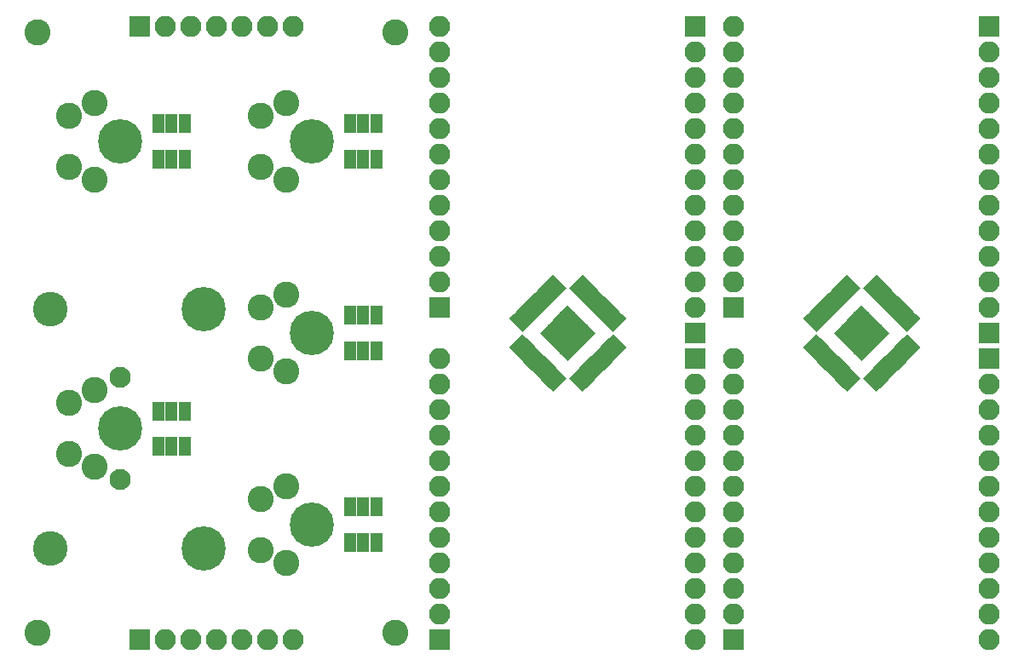
<source format=gbr>
G04 #@! TF.GenerationSoftware,KiCad,Pcbnew,(5.0.0-rc2-dev-471-ge4feb315d)*
G04 #@! TF.CreationDate,2018-05-05T14:20:45+01:00*
G04 #@! TF.ProjectId,panel,70616E656C2E6B696361645F70636200,rev?*
G04 #@! TF.SameCoordinates,Original*
G04 #@! TF.FileFunction,Soldermask,Bot*
G04 #@! TF.FilePolarity,Negative*
%FSLAX46Y46*%
G04 Gerber Fmt 4.6, Leading zero omitted, Abs format (unit mm)*
G04 Created by KiCad (PCBNEW (5.0.0-rc2-dev-471-ge4feb315d)) date Sat May  5 14:20:45 2018*
%MOMM*%
%LPD*%
G01*
G04 APERTURE LIST*
%ADD10O,2.100000X2.100000*%
%ADD11R,2.100000X2.100000*%
%ADD12C,0.700000*%
%ADD13C,0.100000*%
%ADD14C,2.150000*%
%ADD15C,2.600000*%
%ADD16R,1.300000X1.900000*%
%ADD17C,3.450000*%
%ADD18C,4.400000*%
%ADD19C,2.100000*%
G04 APERTURE END LIST*
D10*
X171450000Y-149860000D03*
X171450000Y-147320000D03*
X171450000Y-144780000D03*
X171450000Y-142240000D03*
X171450000Y-139700000D03*
X171450000Y-137160000D03*
X171450000Y-134620000D03*
X171450000Y-132080000D03*
X171450000Y-129540000D03*
X171450000Y-127000000D03*
X171450000Y-124460000D03*
D11*
X171450000Y-121920000D03*
D10*
X146050000Y-88900000D03*
X146050000Y-91440000D03*
X146050000Y-93980000D03*
X146050000Y-96520000D03*
X146050000Y-99060000D03*
X146050000Y-101600000D03*
X146050000Y-104140000D03*
X146050000Y-106680000D03*
X146050000Y-109220000D03*
X146050000Y-111760000D03*
X146050000Y-114300000D03*
D11*
X146050000Y-116840000D03*
D12*
X153835608Y-118354695D03*
D13*
G36*
X152916369Y-117930431D02*
X153411344Y-117435456D01*
X154754847Y-118778959D01*
X154259872Y-119273934D01*
X152916369Y-117930431D01*
X152916369Y-117930431D01*
G37*
D12*
X154189161Y-118001142D03*
D13*
G36*
X153269922Y-117576878D02*
X153764897Y-117081903D01*
X155108400Y-118425406D01*
X154613425Y-118920381D01*
X153269922Y-117576878D01*
X153269922Y-117576878D01*
G37*
D12*
X154542715Y-117647588D03*
D13*
G36*
X153623476Y-117223324D02*
X154118451Y-116728349D01*
X155461954Y-118071852D01*
X154966979Y-118566827D01*
X153623476Y-117223324D01*
X153623476Y-117223324D01*
G37*
D12*
X154896268Y-117294035D03*
D13*
G36*
X153977029Y-116869771D02*
X154472004Y-116374796D01*
X155815507Y-117718299D01*
X155320532Y-118213274D01*
X153977029Y-116869771D01*
X153977029Y-116869771D01*
G37*
D12*
X155249821Y-116940482D03*
D13*
G36*
X154330582Y-116516218D02*
X154825557Y-116021243D01*
X156169060Y-117364746D01*
X155674085Y-117859721D01*
X154330582Y-116516218D01*
X154330582Y-116516218D01*
G37*
D12*
X155603375Y-116586928D03*
D13*
G36*
X154684136Y-116162664D02*
X155179111Y-115667689D01*
X156522614Y-117011192D01*
X156027639Y-117506167D01*
X154684136Y-116162664D01*
X154684136Y-116162664D01*
G37*
D12*
X155956928Y-116233375D03*
D13*
G36*
X155037689Y-115809111D02*
X155532664Y-115314136D01*
X156876167Y-116657639D01*
X156381192Y-117152614D01*
X155037689Y-115809111D01*
X155037689Y-115809111D01*
G37*
D12*
X156310482Y-115879821D03*
D13*
G36*
X155391243Y-115455557D02*
X155886218Y-114960582D01*
X157229721Y-116304085D01*
X156734746Y-116799060D01*
X155391243Y-115455557D01*
X155391243Y-115455557D01*
G37*
D12*
X156664035Y-115526268D03*
D13*
G36*
X155744796Y-115102004D02*
X156239771Y-114607029D01*
X157583274Y-115950532D01*
X157088299Y-116445507D01*
X155744796Y-115102004D01*
X155744796Y-115102004D01*
G37*
D12*
X157017588Y-115172715D03*
D13*
G36*
X156098349Y-114748451D02*
X156593324Y-114253476D01*
X157936827Y-115596979D01*
X157441852Y-116091954D01*
X156098349Y-114748451D01*
X156098349Y-114748451D01*
G37*
D12*
X157371142Y-114819161D03*
D13*
G36*
X156451903Y-114394897D02*
X156946878Y-113899922D01*
X158290381Y-115243425D01*
X157795406Y-115738400D01*
X156451903Y-114394897D01*
X156451903Y-114394897D01*
G37*
D12*
X157724695Y-114465608D03*
D13*
G36*
X156805456Y-114041344D02*
X157300431Y-113546369D01*
X158643934Y-114889872D01*
X158148959Y-115384847D01*
X156805456Y-114041344D01*
X156805456Y-114041344D01*
G37*
D12*
X159775305Y-114465608D03*
D13*
G36*
X160199569Y-113546369D02*
X160694544Y-114041344D01*
X159351041Y-115384847D01*
X158856066Y-114889872D01*
X160199569Y-113546369D01*
X160199569Y-113546369D01*
G37*
D12*
X160128858Y-114819161D03*
D13*
G36*
X160553122Y-113899922D02*
X161048097Y-114394897D01*
X159704594Y-115738400D01*
X159209619Y-115243425D01*
X160553122Y-113899922D01*
X160553122Y-113899922D01*
G37*
D12*
X160482412Y-115172715D03*
D13*
G36*
X160906676Y-114253476D02*
X161401651Y-114748451D01*
X160058148Y-116091954D01*
X159563173Y-115596979D01*
X160906676Y-114253476D01*
X160906676Y-114253476D01*
G37*
D12*
X160835965Y-115526268D03*
D13*
G36*
X161260229Y-114607029D02*
X161755204Y-115102004D01*
X160411701Y-116445507D01*
X159916726Y-115950532D01*
X161260229Y-114607029D01*
X161260229Y-114607029D01*
G37*
D12*
X161189518Y-115879821D03*
D13*
G36*
X161613782Y-114960582D02*
X162108757Y-115455557D01*
X160765254Y-116799060D01*
X160270279Y-116304085D01*
X161613782Y-114960582D01*
X161613782Y-114960582D01*
G37*
D12*
X161543072Y-116233375D03*
D13*
G36*
X161967336Y-115314136D02*
X162462311Y-115809111D01*
X161118808Y-117152614D01*
X160623833Y-116657639D01*
X161967336Y-115314136D01*
X161967336Y-115314136D01*
G37*
D12*
X161896625Y-116586928D03*
D13*
G36*
X162320889Y-115667689D02*
X162815864Y-116162664D01*
X161472361Y-117506167D01*
X160977386Y-117011192D01*
X162320889Y-115667689D01*
X162320889Y-115667689D01*
G37*
D12*
X162250179Y-116940482D03*
D13*
G36*
X162674443Y-116021243D02*
X163169418Y-116516218D01*
X161825915Y-117859721D01*
X161330940Y-117364746D01*
X162674443Y-116021243D01*
X162674443Y-116021243D01*
G37*
D12*
X162603732Y-117294035D03*
D13*
G36*
X163027996Y-116374796D02*
X163522971Y-116869771D01*
X162179468Y-118213274D01*
X161684493Y-117718299D01*
X163027996Y-116374796D01*
X163027996Y-116374796D01*
G37*
D12*
X162957285Y-117647588D03*
D13*
G36*
X163381549Y-116728349D02*
X163876524Y-117223324D01*
X162533021Y-118566827D01*
X162038046Y-118071852D01*
X163381549Y-116728349D01*
X163381549Y-116728349D01*
G37*
D12*
X163310839Y-118001142D03*
D13*
G36*
X163735103Y-117081903D02*
X164230078Y-117576878D01*
X162886575Y-118920381D01*
X162391600Y-118425406D01*
X163735103Y-117081903D01*
X163735103Y-117081903D01*
G37*
D12*
X163664392Y-118354695D03*
D13*
G36*
X164088656Y-117435456D02*
X164583631Y-117930431D01*
X163240128Y-119273934D01*
X162745153Y-118778959D01*
X164088656Y-117435456D01*
X164088656Y-117435456D01*
G37*
D12*
X163664392Y-120405305D03*
D13*
G36*
X162745153Y-119981041D02*
X163240128Y-119486066D01*
X164583631Y-120829569D01*
X164088656Y-121324544D01*
X162745153Y-119981041D01*
X162745153Y-119981041D01*
G37*
D12*
X163310839Y-120758858D03*
D13*
G36*
X162391600Y-120334594D02*
X162886575Y-119839619D01*
X164230078Y-121183122D01*
X163735103Y-121678097D01*
X162391600Y-120334594D01*
X162391600Y-120334594D01*
G37*
D12*
X162957285Y-121112412D03*
D13*
G36*
X162038046Y-120688148D02*
X162533021Y-120193173D01*
X163876524Y-121536676D01*
X163381549Y-122031651D01*
X162038046Y-120688148D01*
X162038046Y-120688148D01*
G37*
D12*
X162603732Y-121465965D03*
D13*
G36*
X161684493Y-121041701D02*
X162179468Y-120546726D01*
X163522971Y-121890229D01*
X163027996Y-122385204D01*
X161684493Y-121041701D01*
X161684493Y-121041701D01*
G37*
D12*
X162250179Y-121819518D03*
D13*
G36*
X161330940Y-121395254D02*
X161825915Y-120900279D01*
X163169418Y-122243782D01*
X162674443Y-122738757D01*
X161330940Y-121395254D01*
X161330940Y-121395254D01*
G37*
D12*
X161896625Y-122173072D03*
D13*
G36*
X160977386Y-121748808D02*
X161472361Y-121253833D01*
X162815864Y-122597336D01*
X162320889Y-123092311D01*
X160977386Y-121748808D01*
X160977386Y-121748808D01*
G37*
D12*
X161543072Y-122526625D03*
D13*
G36*
X160623833Y-122102361D02*
X161118808Y-121607386D01*
X162462311Y-122950889D01*
X161967336Y-123445864D01*
X160623833Y-122102361D01*
X160623833Y-122102361D01*
G37*
D12*
X161189518Y-122880179D03*
D13*
G36*
X160270279Y-122455915D02*
X160765254Y-121960940D01*
X162108757Y-123304443D01*
X161613782Y-123799418D01*
X160270279Y-122455915D01*
X160270279Y-122455915D01*
G37*
D12*
X160835965Y-123233732D03*
D13*
G36*
X159916726Y-122809468D02*
X160411701Y-122314493D01*
X161755204Y-123657996D01*
X161260229Y-124152971D01*
X159916726Y-122809468D01*
X159916726Y-122809468D01*
G37*
D12*
X160482412Y-123587285D03*
D13*
G36*
X159563173Y-123163021D02*
X160058148Y-122668046D01*
X161401651Y-124011549D01*
X160906676Y-124506524D01*
X159563173Y-123163021D01*
X159563173Y-123163021D01*
G37*
D12*
X160128858Y-123940839D03*
D13*
G36*
X159209619Y-123516575D02*
X159704594Y-123021600D01*
X161048097Y-124365103D01*
X160553122Y-124860078D01*
X159209619Y-123516575D01*
X159209619Y-123516575D01*
G37*
D12*
X159775305Y-124294392D03*
D13*
G36*
X158856066Y-123870128D02*
X159351041Y-123375153D01*
X160694544Y-124718656D01*
X160199569Y-125213631D01*
X158856066Y-123870128D01*
X158856066Y-123870128D01*
G37*
D12*
X157724695Y-124294392D03*
D13*
G36*
X158148959Y-123375153D02*
X158643934Y-123870128D01*
X157300431Y-125213631D01*
X156805456Y-124718656D01*
X158148959Y-123375153D01*
X158148959Y-123375153D01*
G37*
D12*
X157371142Y-123940839D03*
D13*
G36*
X157795406Y-123021600D02*
X158290381Y-123516575D01*
X156946878Y-124860078D01*
X156451903Y-124365103D01*
X157795406Y-123021600D01*
X157795406Y-123021600D01*
G37*
D12*
X157017588Y-123587285D03*
D13*
G36*
X157441852Y-122668046D02*
X157936827Y-123163021D01*
X156593324Y-124506524D01*
X156098349Y-124011549D01*
X157441852Y-122668046D01*
X157441852Y-122668046D01*
G37*
D12*
X156664035Y-123233732D03*
D13*
G36*
X157088299Y-122314493D02*
X157583274Y-122809468D01*
X156239771Y-124152971D01*
X155744796Y-123657996D01*
X157088299Y-122314493D01*
X157088299Y-122314493D01*
G37*
D12*
X156310482Y-122880179D03*
D13*
G36*
X156734746Y-121960940D02*
X157229721Y-122455915D01*
X155886218Y-123799418D01*
X155391243Y-123304443D01*
X156734746Y-121960940D01*
X156734746Y-121960940D01*
G37*
D12*
X155956928Y-122526625D03*
D13*
G36*
X156381192Y-121607386D02*
X156876167Y-122102361D01*
X155532664Y-123445864D01*
X155037689Y-122950889D01*
X156381192Y-121607386D01*
X156381192Y-121607386D01*
G37*
D12*
X155603375Y-122173072D03*
D13*
G36*
X156027639Y-121253833D02*
X156522614Y-121748808D01*
X155179111Y-123092311D01*
X154684136Y-122597336D01*
X156027639Y-121253833D01*
X156027639Y-121253833D01*
G37*
D12*
X155249821Y-121819518D03*
D13*
G36*
X155674085Y-120900279D02*
X156169060Y-121395254D01*
X154825557Y-122738757D01*
X154330582Y-122243782D01*
X155674085Y-120900279D01*
X155674085Y-120900279D01*
G37*
D12*
X154896268Y-121465965D03*
D13*
G36*
X155320532Y-120546726D02*
X155815507Y-121041701D01*
X154472004Y-122385204D01*
X153977029Y-121890229D01*
X155320532Y-120546726D01*
X155320532Y-120546726D01*
G37*
D12*
X154542715Y-121112412D03*
D13*
G36*
X154966979Y-120193173D02*
X155461954Y-120688148D01*
X154118451Y-122031651D01*
X153623476Y-121536676D01*
X154966979Y-120193173D01*
X154966979Y-120193173D01*
G37*
D12*
X154189161Y-120758858D03*
D13*
G36*
X154613425Y-119839619D02*
X155108400Y-120334594D01*
X153764897Y-121678097D01*
X153269922Y-121183122D01*
X154613425Y-119839619D01*
X154613425Y-119839619D01*
G37*
D12*
X153835608Y-120405305D03*
D13*
G36*
X154259872Y-119486066D02*
X154754847Y-119981041D01*
X153411344Y-121324544D01*
X152916369Y-120829569D01*
X154259872Y-119486066D01*
X154259872Y-119486066D01*
G37*
D14*
X159987437Y-119380000D03*
D13*
G36*
X158467157Y-119380000D02*
X159987437Y-117859720D01*
X161507717Y-119380000D01*
X159987437Y-120900280D01*
X158467157Y-119380000D01*
X158467157Y-119380000D01*
G37*
D14*
X158750000Y-120617437D03*
D13*
G36*
X157229720Y-120617437D02*
X158750000Y-119097157D01*
X160270280Y-120617437D01*
X158750000Y-122137717D01*
X157229720Y-120617437D01*
X157229720Y-120617437D01*
G37*
D14*
X158750000Y-118142563D03*
D13*
G36*
X157229720Y-118142563D02*
X158750000Y-116622283D01*
X160270280Y-118142563D01*
X158750000Y-119662843D01*
X157229720Y-118142563D01*
X157229720Y-118142563D01*
G37*
D14*
X157512563Y-119380000D03*
D13*
G36*
X155992283Y-119380000D02*
X157512563Y-117859720D01*
X159032843Y-119380000D01*
X157512563Y-120900280D01*
X155992283Y-119380000D01*
X155992283Y-119380000D01*
G37*
D11*
X171450000Y-88900000D03*
D10*
X171450000Y-91440000D03*
X171450000Y-93980000D03*
X171450000Y-96520000D03*
X171450000Y-99060000D03*
X171450000Y-101600000D03*
X171450000Y-104140000D03*
X171450000Y-106680000D03*
X171450000Y-109220000D03*
X171450000Y-111760000D03*
X171450000Y-114300000D03*
X171450000Y-116840000D03*
D11*
X171450000Y-119380000D03*
X146050000Y-149860000D03*
D10*
X146050000Y-147320000D03*
X146050000Y-144780000D03*
X146050000Y-142240000D03*
X146050000Y-139700000D03*
X146050000Y-137160000D03*
X146050000Y-134620000D03*
X146050000Y-132080000D03*
X146050000Y-129540000D03*
X146050000Y-127000000D03*
X146050000Y-124460000D03*
X146050000Y-121920000D03*
X116840000Y-121920000D03*
X116840000Y-124460000D03*
X116840000Y-127000000D03*
X116840000Y-129540000D03*
X116840000Y-132080000D03*
X116840000Y-134620000D03*
X116840000Y-137160000D03*
X116840000Y-139700000D03*
X116840000Y-142240000D03*
X116840000Y-144780000D03*
X116840000Y-147320000D03*
D11*
X116840000Y-149860000D03*
X116840000Y-116840000D03*
D10*
X116840000Y-114300000D03*
X116840000Y-111760000D03*
X116840000Y-109220000D03*
X116840000Y-106680000D03*
X116840000Y-104140000D03*
X116840000Y-101600000D03*
X116840000Y-99060000D03*
X116840000Y-96520000D03*
X116840000Y-93980000D03*
X116840000Y-91440000D03*
X116840000Y-88900000D03*
D11*
X142240000Y-121920000D03*
D10*
X142240000Y-124460000D03*
X142240000Y-127000000D03*
X142240000Y-129540000D03*
X142240000Y-132080000D03*
X142240000Y-134620000D03*
X142240000Y-137160000D03*
X142240000Y-139700000D03*
X142240000Y-142240000D03*
X142240000Y-144780000D03*
X142240000Y-147320000D03*
X142240000Y-149860000D03*
X142240000Y-116840000D03*
X142240000Y-114300000D03*
X142240000Y-111760000D03*
X142240000Y-109220000D03*
X142240000Y-106680000D03*
X142240000Y-104140000D03*
X142240000Y-101600000D03*
X142240000Y-99060000D03*
X142240000Y-96520000D03*
X142240000Y-93980000D03*
X142240000Y-91440000D03*
D11*
X142240000Y-88900000D03*
D14*
X128302563Y-119380000D03*
D13*
G36*
X126782283Y-119380000D02*
X128302563Y-117859720D01*
X129822843Y-119380000D01*
X128302563Y-120900280D01*
X126782283Y-119380000D01*
X126782283Y-119380000D01*
G37*
D14*
X129540000Y-118142563D03*
D13*
G36*
X128019720Y-118142563D02*
X129540000Y-116622283D01*
X131060280Y-118142563D01*
X129540000Y-119662843D01*
X128019720Y-118142563D01*
X128019720Y-118142563D01*
G37*
D14*
X129540000Y-120617437D03*
D13*
G36*
X128019720Y-120617437D02*
X129540000Y-119097157D01*
X131060280Y-120617437D01*
X129540000Y-122137717D01*
X128019720Y-120617437D01*
X128019720Y-120617437D01*
G37*
D14*
X130777437Y-119380000D03*
D13*
G36*
X129257157Y-119380000D02*
X130777437Y-117859720D01*
X132297717Y-119380000D01*
X130777437Y-120900280D01*
X129257157Y-119380000D01*
X129257157Y-119380000D01*
G37*
D12*
X124625608Y-120405305D03*
D13*
G36*
X125049872Y-119486066D02*
X125544847Y-119981041D01*
X124201344Y-121324544D01*
X123706369Y-120829569D01*
X125049872Y-119486066D01*
X125049872Y-119486066D01*
G37*
D12*
X124979161Y-120758858D03*
D13*
G36*
X125403425Y-119839619D02*
X125898400Y-120334594D01*
X124554897Y-121678097D01*
X124059922Y-121183122D01*
X125403425Y-119839619D01*
X125403425Y-119839619D01*
G37*
D12*
X125332715Y-121112412D03*
D13*
G36*
X125756979Y-120193173D02*
X126251954Y-120688148D01*
X124908451Y-122031651D01*
X124413476Y-121536676D01*
X125756979Y-120193173D01*
X125756979Y-120193173D01*
G37*
D12*
X125686268Y-121465965D03*
D13*
G36*
X126110532Y-120546726D02*
X126605507Y-121041701D01*
X125262004Y-122385204D01*
X124767029Y-121890229D01*
X126110532Y-120546726D01*
X126110532Y-120546726D01*
G37*
D12*
X126039821Y-121819518D03*
D13*
G36*
X126464085Y-120900279D02*
X126959060Y-121395254D01*
X125615557Y-122738757D01*
X125120582Y-122243782D01*
X126464085Y-120900279D01*
X126464085Y-120900279D01*
G37*
D12*
X126393375Y-122173072D03*
D13*
G36*
X126817639Y-121253833D02*
X127312614Y-121748808D01*
X125969111Y-123092311D01*
X125474136Y-122597336D01*
X126817639Y-121253833D01*
X126817639Y-121253833D01*
G37*
D12*
X126746928Y-122526625D03*
D13*
G36*
X127171192Y-121607386D02*
X127666167Y-122102361D01*
X126322664Y-123445864D01*
X125827689Y-122950889D01*
X127171192Y-121607386D01*
X127171192Y-121607386D01*
G37*
D12*
X127100482Y-122880179D03*
D13*
G36*
X127524746Y-121960940D02*
X128019721Y-122455915D01*
X126676218Y-123799418D01*
X126181243Y-123304443D01*
X127524746Y-121960940D01*
X127524746Y-121960940D01*
G37*
D12*
X127454035Y-123233732D03*
D13*
G36*
X127878299Y-122314493D02*
X128373274Y-122809468D01*
X127029771Y-124152971D01*
X126534796Y-123657996D01*
X127878299Y-122314493D01*
X127878299Y-122314493D01*
G37*
D12*
X127807588Y-123587285D03*
D13*
G36*
X128231852Y-122668046D02*
X128726827Y-123163021D01*
X127383324Y-124506524D01*
X126888349Y-124011549D01*
X128231852Y-122668046D01*
X128231852Y-122668046D01*
G37*
D12*
X128161142Y-123940839D03*
D13*
G36*
X128585406Y-123021600D02*
X129080381Y-123516575D01*
X127736878Y-124860078D01*
X127241903Y-124365103D01*
X128585406Y-123021600D01*
X128585406Y-123021600D01*
G37*
D12*
X128514695Y-124294392D03*
D13*
G36*
X128938959Y-123375153D02*
X129433934Y-123870128D01*
X128090431Y-125213631D01*
X127595456Y-124718656D01*
X128938959Y-123375153D01*
X128938959Y-123375153D01*
G37*
D12*
X130565305Y-124294392D03*
D13*
G36*
X129646066Y-123870128D02*
X130141041Y-123375153D01*
X131484544Y-124718656D01*
X130989569Y-125213631D01*
X129646066Y-123870128D01*
X129646066Y-123870128D01*
G37*
D12*
X130918858Y-123940839D03*
D13*
G36*
X129999619Y-123516575D02*
X130494594Y-123021600D01*
X131838097Y-124365103D01*
X131343122Y-124860078D01*
X129999619Y-123516575D01*
X129999619Y-123516575D01*
G37*
D12*
X131272412Y-123587285D03*
D13*
G36*
X130353173Y-123163021D02*
X130848148Y-122668046D01*
X132191651Y-124011549D01*
X131696676Y-124506524D01*
X130353173Y-123163021D01*
X130353173Y-123163021D01*
G37*
D12*
X131625965Y-123233732D03*
D13*
G36*
X130706726Y-122809468D02*
X131201701Y-122314493D01*
X132545204Y-123657996D01*
X132050229Y-124152971D01*
X130706726Y-122809468D01*
X130706726Y-122809468D01*
G37*
D12*
X131979518Y-122880179D03*
D13*
G36*
X131060279Y-122455915D02*
X131555254Y-121960940D01*
X132898757Y-123304443D01*
X132403782Y-123799418D01*
X131060279Y-122455915D01*
X131060279Y-122455915D01*
G37*
D12*
X132333072Y-122526625D03*
D13*
G36*
X131413833Y-122102361D02*
X131908808Y-121607386D01*
X133252311Y-122950889D01*
X132757336Y-123445864D01*
X131413833Y-122102361D01*
X131413833Y-122102361D01*
G37*
D12*
X132686625Y-122173072D03*
D13*
G36*
X131767386Y-121748808D02*
X132262361Y-121253833D01*
X133605864Y-122597336D01*
X133110889Y-123092311D01*
X131767386Y-121748808D01*
X131767386Y-121748808D01*
G37*
D12*
X133040179Y-121819518D03*
D13*
G36*
X132120940Y-121395254D02*
X132615915Y-120900279D01*
X133959418Y-122243782D01*
X133464443Y-122738757D01*
X132120940Y-121395254D01*
X132120940Y-121395254D01*
G37*
D12*
X133393732Y-121465965D03*
D13*
G36*
X132474493Y-121041701D02*
X132969468Y-120546726D01*
X134312971Y-121890229D01*
X133817996Y-122385204D01*
X132474493Y-121041701D01*
X132474493Y-121041701D01*
G37*
D12*
X133747285Y-121112412D03*
D13*
G36*
X132828046Y-120688148D02*
X133323021Y-120193173D01*
X134666524Y-121536676D01*
X134171549Y-122031651D01*
X132828046Y-120688148D01*
X132828046Y-120688148D01*
G37*
D12*
X134100839Y-120758858D03*
D13*
G36*
X133181600Y-120334594D02*
X133676575Y-119839619D01*
X135020078Y-121183122D01*
X134525103Y-121678097D01*
X133181600Y-120334594D01*
X133181600Y-120334594D01*
G37*
D12*
X134454392Y-120405305D03*
D13*
G36*
X133535153Y-119981041D02*
X134030128Y-119486066D01*
X135373631Y-120829569D01*
X134878656Y-121324544D01*
X133535153Y-119981041D01*
X133535153Y-119981041D01*
G37*
D12*
X134454392Y-118354695D03*
D13*
G36*
X134878656Y-117435456D02*
X135373631Y-117930431D01*
X134030128Y-119273934D01*
X133535153Y-118778959D01*
X134878656Y-117435456D01*
X134878656Y-117435456D01*
G37*
D12*
X134100839Y-118001142D03*
D13*
G36*
X134525103Y-117081903D02*
X135020078Y-117576878D01*
X133676575Y-118920381D01*
X133181600Y-118425406D01*
X134525103Y-117081903D01*
X134525103Y-117081903D01*
G37*
D12*
X133747285Y-117647588D03*
D13*
G36*
X134171549Y-116728349D02*
X134666524Y-117223324D01*
X133323021Y-118566827D01*
X132828046Y-118071852D01*
X134171549Y-116728349D01*
X134171549Y-116728349D01*
G37*
D12*
X133393732Y-117294035D03*
D13*
G36*
X133817996Y-116374796D02*
X134312971Y-116869771D01*
X132969468Y-118213274D01*
X132474493Y-117718299D01*
X133817996Y-116374796D01*
X133817996Y-116374796D01*
G37*
D12*
X133040179Y-116940482D03*
D13*
G36*
X133464443Y-116021243D02*
X133959418Y-116516218D01*
X132615915Y-117859721D01*
X132120940Y-117364746D01*
X133464443Y-116021243D01*
X133464443Y-116021243D01*
G37*
D12*
X132686625Y-116586928D03*
D13*
G36*
X133110889Y-115667689D02*
X133605864Y-116162664D01*
X132262361Y-117506167D01*
X131767386Y-117011192D01*
X133110889Y-115667689D01*
X133110889Y-115667689D01*
G37*
D12*
X132333072Y-116233375D03*
D13*
G36*
X132757336Y-115314136D02*
X133252311Y-115809111D01*
X131908808Y-117152614D01*
X131413833Y-116657639D01*
X132757336Y-115314136D01*
X132757336Y-115314136D01*
G37*
D12*
X131979518Y-115879821D03*
D13*
G36*
X132403782Y-114960582D02*
X132898757Y-115455557D01*
X131555254Y-116799060D01*
X131060279Y-116304085D01*
X132403782Y-114960582D01*
X132403782Y-114960582D01*
G37*
D12*
X131625965Y-115526268D03*
D13*
G36*
X132050229Y-114607029D02*
X132545204Y-115102004D01*
X131201701Y-116445507D01*
X130706726Y-115950532D01*
X132050229Y-114607029D01*
X132050229Y-114607029D01*
G37*
D12*
X131272412Y-115172715D03*
D13*
G36*
X131696676Y-114253476D02*
X132191651Y-114748451D01*
X130848148Y-116091954D01*
X130353173Y-115596979D01*
X131696676Y-114253476D01*
X131696676Y-114253476D01*
G37*
D12*
X130918858Y-114819161D03*
D13*
G36*
X131343122Y-113899922D02*
X131838097Y-114394897D01*
X130494594Y-115738400D01*
X129999619Y-115243425D01*
X131343122Y-113899922D01*
X131343122Y-113899922D01*
G37*
D12*
X130565305Y-114465608D03*
D13*
G36*
X130989569Y-113546369D02*
X131484544Y-114041344D01*
X130141041Y-115384847D01*
X129646066Y-114889872D01*
X130989569Y-113546369D01*
X130989569Y-113546369D01*
G37*
D12*
X128514695Y-114465608D03*
D13*
G36*
X127595456Y-114041344D02*
X128090431Y-113546369D01*
X129433934Y-114889872D01*
X128938959Y-115384847D01*
X127595456Y-114041344D01*
X127595456Y-114041344D01*
G37*
D12*
X128161142Y-114819161D03*
D13*
G36*
X127241903Y-114394897D02*
X127736878Y-113899922D01*
X129080381Y-115243425D01*
X128585406Y-115738400D01*
X127241903Y-114394897D01*
X127241903Y-114394897D01*
G37*
D12*
X127807588Y-115172715D03*
D13*
G36*
X126888349Y-114748451D02*
X127383324Y-114253476D01*
X128726827Y-115596979D01*
X128231852Y-116091954D01*
X126888349Y-114748451D01*
X126888349Y-114748451D01*
G37*
D12*
X127454035Y-115526268D03*
D13*
G36*
X126534796Y-115102004D02*
X127029771Y-114607029D01*
X128373274Y-115950532D01*
X127878299Y-116445507D01*
X126534796Y-115102004D01*
X126534796Y-115102004D01*
G37*
D12*
X127100482Y-115879821D03*
D13*
G36*
X126181243Y-115455557D02*
X126676218Y-114960582D01*
X128019721Y-116304085D01*
X127524746Y-116799060D01*
X126181243Y-115455557D01*
X126181243Y-115455557D01*
G37*
D12*
X126746928Y-116233375D03*
D13*
G36*
X125827689Y-115809111D02*
X126322664Y-115314136D01*
X127666167Y-116657639D01*
X127171192Y-117152614D01*
X125827689Y-115809111D01*
X125827689Y-115809111D01*
G37*
D12*
X126393375Y-116586928D03*
D13*
G36*
X125474136Y-116162664D02*
X125969111Y-115667689D01*
X127312614Y-117011192D01*
X126817639Y-117506167D01*
X125474136Y-116162664D01*
X125474136Y-116162664D01*
G37*
D12*
X126039821Y-116940482D03*
D13*
G36*
X125120582Y-116516218D02*
X125615557Y-116021243D01*
X126959060Y-117364746D01*
X126464085Y-117859721D01*
X125120582Y-116516218D01*
X125120582Y-116516218D01*
G37*
D12*
X125686268Y-117294035D03*
D13*
G36*
X124767029Y-116869771D02*
X125262004Y-116374796D01*
X126605507Y-117718299D01*
X126110532Y-118213274D01*
X124767029Y-116869771D01*
X124767029Y-116869771D01*
G37*
D12*
X125332715Y-117647588D03*
D13*
G36*
X124413476Y-117223324D02*
X124908451Y-116728349D01*
X126251954Y-118071852D01*
X125756979Y-118566827D01*
X124413476Y-117223324D01*
X124413476Y-117223324D01*
G37*
D12*
X124979161Y-118001142D03*
D13*
G36*
X124059922Y-117576878D02*
X124554897Y-117081903D01*
X125898400Y-118425406D01*
X125403425Y-118920381D01*
X124059922Y-117576878D01*
X124059922Y-117576878D01*
G37*
D12*
X124625608Y-118354695D03*
D13*
G36*
X123706369Y-117930431D02*
X124201344Y-117435456D01*
X125544847Y-118778959D01*
X125049872Y-119273934D01*
X123706369Y-117930431D01*
X123706369Y-117930431D01*
G37*
D11*
X142240000Y-119380000D03*
D15*
X112395000Y-149225000D03*
X76835000Y-149225000D03*
X76835000Y-89535000D03*
D16*
X107870000Y-140180000D03*
X109220000Y-140180000D03*
X110570000Y-140180000D03*
X107870000Y-136680000D03*
X109220000Y-136680000D03*
X110570000Y-136680000D03*
X91520000Y-127155000D03*
X90170000Y-127155000D03*
X88820000Y-127155000D03*
X91520000Y-130655000D03*
X90170000Y-130655000D03*
X88820000Y-130655000D03*
X110570000Y-117630000D03*
X109220000Y-117630000D03*
X107870000Y-117630000D03*
X110570000Y-121130000D03*
X109220000Y-121130000D03*
X107870000Y-121130000D03*
X107870000Y-102080000D03*
X109220000Y-102080000D03*
X110570000Y-102080000D03*
X107870000Y-98580000D03*
X109220000Y-98580000D03*
X110570000Y-98580000D03*
X88820000Y-102080000D03*
X90170000Y-102080000D03*
X91520000Y-102080000D03*
X88820000Y-98580000D03*
X90170000Y-98580000D03*
X91520000Y-98580000D03*
D11*
X86995000Y-149860000D03*
D10*
X89535000Y-149860000D03*
X92075000Y-149860000D03*
X94615000Y-149860000D03*
X97155000Y-149860000D03*
X99695000Y-149860000D03*
X102235000Y-149860000D03*
X102235000Y-88900000D03*
X99695000Y-88900000D03*
X97155000Y-88900000D03*
X94615000Y-88900000D03*
X92075000Y-88900000D03*
X89535000Y-88900000D03*
D11*
X86995000Y-88900000D03*
D17*
X78090000Y-117005000D03*
X78090000Y-140805000D03*
D18*
X93330000Y-140805000D03*
X93330000Y-117005000D03*
D19*
X85090000Y-123825000D03*
X85090000Y-133985000D03*
D18*
X85090000Y-128905000D03*
D15*
X82550000Y-132715000D03*
X80010000Y-126365000D03*
D18*
X104140000Y-138430000D03*
D15*
X101600000Y-142240000D03*
X99060000Y-135890000D03*
X99060000Y-140970000D03*
X101600000Y-134620000D03*
D18*
X104140000Y-138430000D03*
D15*
X80010000Y-131445000D03*
X82550000Y-125095000D03*
D18*
X85090000Y-128905000D03*
D19*
X85090000Y-123825000D03*
X85090000Y-133985000D03*
D18*
X93330000Y-140805000D03*
X93330000Y-117005000D03*
D17*
X78090000Y-117005000D03*
X78090000Y-140805000D03*
D18*
X104140000Y-119380000D03*
D15*
X101600000Y-115570000D03*
X99060000Y-121920000D03*
X99060000Y-116840000D03*
X101600000Y-123190000D03*
D18*
X104140000Y-119380000D03*
X85090000Y-100330000D03*
D15*
X82550000Y-104140000D03*
X80010000Y-97790000D03*
D18*
X104140000Y-100330000D03*
D15*
X101600000Y-104140000D03*
X99060000Y-97790000D03*
X99060000Y-102870000D03*
X101600000Y-96520000D03*
D18*
X104140000Y-100330000D03*
D15*
X80010000Y-102870000D03*
X82550000Y-96520000D03*
D18*
X85090000Y-100330000D03*
D15*
X112395000Y-89535000D03*
M02*

</source>
